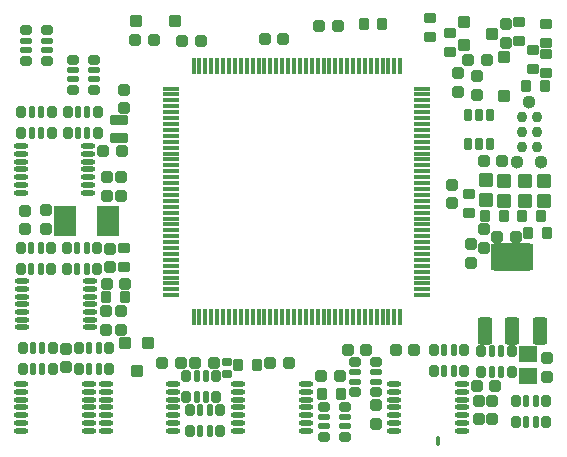
<source format=gts>
G04*
G04 #@! TF.GenerationSoftware,Altium Limited,Altium Designer,20.2.7 (254)*
G04*
G04 Layer_Color=7674933*
%FSLAX25Y25*%
%MOIN*%
G70*
G04*
G04 #@! TF.SameCoordinates,3777F252-AF5A-4096-8F86-E26498AB5466*
G04*
G04*
G04 #@! TF.FilePolarity,Negative*
G04*
G01*
G75*
G04:AMPARAMS|DCode=43|XSize=33.07mil|YSize=41.73mil|CornerRadius=5.51mil|HoleSize=0mil|Usage=FLASHONLY|Rotation=180.000|XOffset=0mil|YOffset=0mil|HoleType=Round|Shape=RoundedRectangle|*
%AMROUNDEDRECTD43*
21,1,0.03307,0.03071,0,0,180.0*
21,1,0.02205,0.04173,0,0,180.0*
1,1,0.01102,-0.01102,0.01535*
1,1,0.01102,0.01102,0.01535*
1,1,0.01102,0.01102,-0.01535*
1,1,0.01102,-0.01102,-0.01535*
%
%ADD43ROUNDEDRECTD43*%
G04:AMPARAMS|DCode=44|XSize=15.35mil|YSize=33.07mil|CornerRadius=7.68mil|HoleSize=0mil|Usage=FLASHONLY|Rotation=180.000|XOffset=0mil|YOffset=0mil|HoleType=Round|Shape=RoundedRectangle|*
%AMROUNDEDRECTD44*
21,1,0.01535,0.01772,0,0,180.0*
21,1,0.00000,0.03307,0,0,180.0*
1,1,0.01535,0.00000,0.00886*
1,1,0.01535,0.00000,0.00886*
1,1,0.01535,0.00000,-0.00886*
1,1,0.01535,0.00000,-0.00886*
%
%ADD44ROUNDEDRECTD44*%
G04:AMPARAMS|DCode=45|XSize=29.13mil|YSize=40.95mil|CornerRadius=5.12mil|HoleSize=0mil|Usage=FLASHONLY|Rotation=180.000|XOffset=0mil|YOffset=0mil|HoleType=Round|Shape=RoundedRectangle|*
%AMROUNDEDRECTD45*
21,1,0.02913,0.03071,0,0,180.0*
21,1,0.01890,0.04095,0,0,180.0*
1,1,0.01024,-0.00945,0.01535*
1,1,0.01024,0.00945,0.01535*
1,1,0.01024,0.00945,-0.01535*
1,1,0.01024,-0.00945,-0.01535*
%
%ADD45ROUNDEDRECTD45*%
G04:AMPARAMS|DCode=46|XSize=38.98mil|YSize=38.98mil|CornerRadius=6.1mil|HoleSize=0mil|Usage=FLASHONLY|Rotation=180.000|XOffset=0mil|YOffset=0mil|HoleType=Round|Shape=RoundedRectangle|*
%AMROUNDEDRECTD46*
21,1,0.03898,0.02677,0,0,180.0*
21,1,0.02677,0.03898,0,0,180.0*
1,1,0.01221,-0.01339,0.01339*
1,1,0.01221,0.01339,0.01339*
1,1,0.01221,0.01339,-0.01339*
1,1,0.01221,-0.01339,-0.01339*
%
%ADD46ROUNDEDRECTD46*%
G04:AMPARAMS|DCode=47|XSize=33.07mil|YSize=41.73mil|CornerRadius=5.51mil|HoleSize=0mil|Usage=FLASHONLY|Rotation=270.000|XOffset=0mil|YOffset=0mil|HoleType=Round|Shape=RoundedRectangle|*
%AMROUNDEDRECTD47*
21,1,0.03307,0.03071,0,0,270.0*
21,1,0.02205,0.04173,0,0,270.0*
1,1,0.01102,-0.01535,-0.01102*
1,1,0.01102,-0.01535,0.01102*
1,1,0.01102,0.01535,0.01102*
1,1,0.01102,0.01535,-0.01102*
%
%ADD47ROUNDEDRECTD47*%
%ADD48O,0.05669X0.01417*%
%ADD49O,0.01417X0.05669*%
G04:AMPARAMS|DCode=50|XSize=33.07mil|YSize=29.13mil|CornerRadius=5.12mil|HoleSize=0mil|Usage=FLASHONLY|Rotation=180.000|XOffset=0mil|YOffset=0mil|HoleType=Round|Shape=RoundedRectangle|*
%AMROUNDEDRECTD50*
21,1,0.03307,0.01890,0,0,180.0*
21,1,0.02284,0.02913,0,0,180.0*
1,1,0.01024,-0.01142,0.00945*
1,1,0.01024,0.01142,0.00945*
1,1,0.01024,0.01142,-0.00945*
1,1,0.01024,-0.01142,-0.00945*
%
%ADD50ROUNDEDRECTD50*%
G04:AMPARAMS|DCode=51|XSize=143.31mil|YSize=90.16mil|CornerRadius=11.22mil|HoleSize=0mil|Usage=FLASHONLY|Rotation=0.000|XOffset=0mil|YOffset=0mil|HoleType=Round|Shape=RoundedRectangle|*
%AMROUNDEDRECTD51*
21,1,0.14331,0.06772,0,0,0.0*
21,1,0.12087,0.09016,0,0,0.0*
1,1,0.02244,0.06043,-0.03386*
1,1,0.02244,-0.06043,-0.03386*
1,1,0.02244,-0.06043,0.03386*
1,1,0.02244,0.06043,0.03386*
%
%ADD51ROUNDEDRECTD51*%
G04:AMPARAMS|DCode=52|XSize=48.82mil|YSize=90.16mil|CornerRadius=7.09mil|HoleSize=0mil|Usage=FLASHONLY|Rotation=0.000|XOffset=0mil|YOffset=0mil|HoleType=Round|Shape=RoundedRectangle|*
%AMROUNDEDRECTD52*
21,1,0.04882,0.07598,0,0,0.0*
21,1,0.03465,0.09016,0,0,0.0*
1,1,0.01417,0.01732,-0.03799*
1,1,0.01417,-0.01732,-0.03799*
1,1,0.01417,-0.01732,0.03799*
1,1,0.01417,0.01732,0.03799*
%
%ADD52ROUNDEDRECTD52*%
G04:AMPARAMS|DCode=53|XSize=48.82mil|YSize=90.16mil|CornerRadius=7.09mil|HoleSize=0mil|Usage=FLASHONLY|Rotation=0.000|XOffset=0mil|YOffset=0mil|HoleType=Round|Shape=RoundedRectangle|*
%AMROUNDEDRECTD53*
21,1,0.04882,0.07599,0,0,0.0*
21,1,0.03465,0.09016,0,0,0.0*
1,1,0.01417,0.01732,-0.03799*
1,1,0.01417,-0.01732,-0.03799*
1,1,0.01417,-0.01732,0.03799*
1,1,0.01417,0.01732,0.03799*
%
%ADD53ROUNDEDRECTD53*%
%ADD54O,0.04882X0.01732*%
G04:AMPARAMS|DCode=55|XSize=38.98mil|YSize=38.98mil|CornerRadius=6.1mil|HoleSize=0mil|Usage=FLASHONLY|Rotation=270.000|XOffset=0mil|YOffset=0mil|HoleType=Round|Shape=RoundedRectangle|*
%AMROUNDEDRECTD55*
21,1,0.03898,0.02677,0,0,270.0*
21,1,0.02677,0.03898,0,0,270.0*
1,1,0.01221,-0.01339,-0.01339*
1,1,0.01221,-0.01339,0.01339*
1,1,0.01221,0.01339,0.01339*
1,1,0.01221,0.01339,-0.01339*
%
%ADD55ROUNDEDRECTD55*%
G04:AMPARAMS|DCode=56|XSize=44.88mil|YSize=48.82mil|CornerRadius=6.69mil|HoleSize=0mil|Usage=FLASHONLY|Rotation=270.000|XOffset=0mil|YOffset=0mil|HoleType=Round|Shape=RoundedRectangle|*
%AMROUNDEDRECTD56*
21,1,0.04488,0.03543,0,0,270.0*
21,1,0.03150,0.04882,0,0,270.0*
1,1,0.01339,-0.01772,-0.01575*
1,1,0.01339,-0.01772,0.01575*
1,1,0.01339,0.01772,0.01575*
1,1,0.01339,0.01772,-0.01575*
%
%ADD56ROUNDEDRECTD56*%
%ADD57R,0.06457X0.05669*%
G04:AMPARAMS|DCode=58|XSize=40.95mil|YSize=42.91mil|CornerRadius=6.3mil|HoleSize=0mil|Usage=FLASHONLY|Rotation=270.000|XOffset=0mil|YOffset=0mil|HoleType=Round|Shape=RoundedRectangle|*
%AMROUNDEDRECTD58*
21,1,0.04095,0.03032,0,0,270.0*
21,1,0.02835,0.04291,0,0,270.0*
1,1,0.01260,-0.01516,-0.01417*
1,1,0.01260,-0.01516,0.01417*
1,1,0.01260,0.01516,0.01417*
1,1,0.01260,0.01516,-0.01417*
%
%ADD58ROUNDEDRECTD58*%
G04:AMPARAMS|DCode=59|XSize=40.95mil|YSize=42.91mil|CornerRadius=6.3mil|HoleSize=0mil|Usage=FLASHONLY|Rotation=270.000|XOffset=0mil|YOffset=0mil|HoleType=Round|Shape=RoundedRectangle|*
%AMROUNDEDRECTD59*
21,1,0.04095,0.03032,0,0,270.0*
21,1,0.02835,0.04291,0,0,270.0*
1,1,0.01260,-0.01516,-0.01417*
1,1,0.01260,-0.01516,0.01417*
1,1,0.01260,0.01516,0.01417*
1,1,0.01260,0.01516,-0.01417*
%
%ADD59ROUNDEDRECTD59*%
%ADD60R,0.07244X0.10000*%
G04:AMPARAMS|DCode=61|XSize=31.1mil|YSize=37.01mil|CornerRadius=5.32mil|HoleSize=0mil|Usage=FLASHONLY|Rotation=0.000|XOffset=0mil|YOffset=0mil|HoleType=Round|Shape=RoundedRectangle|*
%AMROUNDEDRECTD61*
21,1,0.03110,0.02638,0,0,0.0*
21,1,0.02047,0.03701,0,0,0.0*
1,1,0.01063,0.01024,-0.01319*
1,1,0.01063,-0.01024,-0.01319*
1,1,0.01063,-0.01024,0.01319*
1,1,0.01063,0.01024,0.01319*
%
%ADD61ROUNDEDRECTD61*%
G04:AMPARAMS|DCode=62|XSize=23.23mil|YSize=37.01mil|CornerRadius=4.53mil|HoleSize=0mil|Usage=FLASHONLY|Rotation=0.000|XOffset=0mil|YOffset=0mil|HoleType=Round|Shape=RoundedRectangle|*
%AMROUNDEDRECTD62*
21,1,0.02323,0.02795,0,0,0.0*
21,1,0.01417,0.03701,0,0,0.0*
1,1,0.00906,0.00709,-0.01398*
1,1,0.00906,-0.00709,-0.01398*
1,1,0.00906,-0.00709,0.01398*
1,1,0.00906,0.00709,0.01398*
%
%ADD62ROUNDEDRECTD62*%
G04:AMPARAMS|DCode=63|XSize=41.34mil|YSize=38.98mil|CornerRadius=6.1mil|HoleSize=0mil|Usage=FLASHONLY|Rotation=270.000|XOffset=0mil|YOffset=0mil|HoleType=Round|Shape=RoundedRectangle|*
%AMROUNDEDRECTD63*
21,1,0.04134,0.02677,0,0,270.0*
21,1,0.02913,0.03898,0,0,270.0*
1,1,0.01221,-0.01339,-0.01457*
1,1,0.01221,-0.01339,0.01457*
1,1,0.01221,0.01339,0.01457*
1,1,0.01221,0.01339,-0.01457*
%
%ADD63ROUNDEDRECTD63*%
G04:AMPARAMS|DCode=64|XSize=40.95mil|YSize=42.91mil|CornerRadius=6.3mil|HoleSize=0mil|Usage=FLASHONLY|Rotation=180.000|XOffset=0mil|YOffset=0mil|HoleType=Round|Shape=RoundedRectangle|*
%AMROUNDEDRECTD64*
21,1,0.04095,0.03032,0,0,180.0*
21,1,0.02835,0.04291,0,0,180.0*
1,1,0.01260,-0.01417,0.01516*
1,1,0.01260,0.01417,0.01516*
1,1,0.01260,0.01417,-0.01516*
1,1,0.01260,-0.01417,-0.01516*
%
%ADD64ROUNDEDRECTD64*%
G04:AMPARAMS|DCode=65|XSize=40.95mil|YSize=42.91mil|CornerRadius=6.3mil|HoleSize=0mil|Usage=FLASHONLY|Rotation=180.000|XOffset=0mil|YOffset=0mil|HoleType=Round|Shape=RoundedRectangle|*
%AMROUNDEDRECTD65*
21,1,0.04095,0.03032,0,0,180.0*
21,1,0.02835,0.04291,0,0,180.0*
1,1,0.01260,-0.01417,0.01516*
1,1,0.01260,0.01417,0.01516*
1,1,0.01260,0.01417,-0.01516*
1,1,0.01260,-0.01417,-0.01516*
%
%ADD65ROUNDEDRECTD65*%
G04:AMPARAMS|DCode=66|XSize=31.1mil|YSize=37.01mil|CornerRadius=5.32mil|HoleSize=0mil|Usage=FLASHONLY|Rotation=270.000|XOffset=0mil|YOffset=0mil|HoleType=Round|Shape=RoundedRectangle|*
%AMROUNDEDRECTD66*
21,1,0.03110,0.02638,0,0,270.0*
21,1,0.02047,0.03701,0,0,270.0*
1,1,0.01063,-0.01319,-0.01024*
1,1,0.01063,-0.01319,0.01024*
1,1,0.01063,0.01319,0.01024*
1,1,0.01063,0.01319,-0.01024*
%
%ADD66ROUNDEDRECTD66*%
G04:AMPARAMS|DCode=67|XSize=23.23mil|YSize=37.01mil|CornerRadius=4.53mil|HoleSize=0mil|Usage=FLASHONLY|Rotation=270.000|XOffset=0mil|YOffset=0mil|HoleType=Round|Shape=RoundedRectangle|*
%AMROUNDEDRECTD67*
21,1,0.02323,0.02795,0,0,270.0*
21,1,0.01417,0.03701,0,0,270.0*
1,1,0.00906,-0.01398,-0.00709*
1,1,0.00906,-0.01398,0.00709*
1,1,0.00906,0.01398,0.00709*
1,1,0.00906,0.01398,-0.00709*
%
%ADD67ROUNDEDRECTD67*%
%ADD68C,0.03651*%
G04:AMPARAMS|DCode=69|XSize=33.07mil|YSize=60.63mil|CornerRadius=5.51mil|HoleSize=0mil|Usage=FLASHONLY|Rotation=270.000|XOffset=0mil|YOffset=0mil|HoleType=Round|Shape=RoundedRectangle|*
%AMROUNDEDRECTD69*
21,1,0.03307,0.04961,0,0,270.0*
21,1,0.02205,0.06063,0,0,270.0*
1,1,0.01102,-0.02480,-0.01102*
1,1,0.01102,-0.02480,0.01102*
1,1,0.01102,0.02480,0.01102*
1,1,0.01102,0.02480,-0.01102*
%
%ADD69ROUNDEDRECTD69*%
G04:AMPARAMS|DCode=70|XSize=41.34mil|YSize=38.98mil|CornerRadius=6.1mil|HoleSize=0mil|Usage=FLASHONLY|Rotation=180.000|XOffset=0mil|YOffset=0mil|HoleType=Round|Shape=RoundedRectangle|*
%AMROUNDEDRECTD70*
21,1,0.04134,0.02677,0,0,180.0*
21,1,0.02913,0.03898,0,0,180.0*
1,1,0.01221,-0.01457,0.01339*
1,1,0.01221,0.01457,0.01339*
1,1,0.01221,0.01457,-0.01339*
1,1,0.01221,-0.01457,-0.01339*
%
%ADD70ROUNDEDRECTD70*%
%ADD71C,0.04451*%
D43*
X110827Y17323D02*
D03*
X104527D02*
D03*
X82874Y27264D02*
D03*
X76575D02*
D03*
X165157Y76968D02*
D03*
X158858D02*
D03*
X118259Y140657D02*
D03*
X124559D02*
D03*
X171063Y76772D02*
D03*
X177362D02*
D03*
X173032Y71260D02*
D03*
X179331D02*
D03*
X38878Y49705D02*
D03*
X32579D02*
D03*
X178642Y120177D02*
D03*
X172343D02*
D03*
D44*
X142933Y1772D02*
D03*
D45*
X160531Y100984D02*
D03*
X156791D02*
D03*
X153051D02*
D03*
Y110433D02*
D03*
X156791D02*
D03*
X160531D02*
D03*
D46*
X87244Y27854D02*
D03*
X93465D02*
D03*
X162165Y20079D02*
D03*
X155945D02*
D03*
X159409Y128740D02*
D03*
X153189D02*
D03*
X168957Y69882D02*
D03*
X162736D02*
D03*
X68386Y27854D02*
D03*
X62165D02*
D03*
X135197Y32185D02*
D03*
X128976D02*
D03*
X48287Y135433D02*
D03*
X42067D02*
D03*
X164527Y95177D02*
D03*
X158307D02*
D03*
X57441Y27756D02*
D03*
X51220D02*
D03*
X110394Y23425D02*
D03*
X104173D02*
D03*
X57717Y135039D02*
D03*
X63937D02*
D03*
X91496Y135827D02*
D03*
X85276D02*
D03*
X109705Y140256D02*
D03*
X103484D02*
D03*
X113031Y32087D02*
D03*
X119252D02*
D03*
X31437Y98523D02*
D03*
X37657D02*
D03*
X38839Y54232D02*
D03*
X32618D02*
D03*
D47*
X153543Y77756D02*
D03*
Y84055D02*
D03*
X147146Y137894D02*
D03*
Y131594D02*
D03*
X140525Y136614D02*
D03*
Y142913D02*
D03*
X170177Y135236D02*
D03*
Y141535D02*
D03*
X179232Y124409D02*
D03*
Y130709D02*
D03*
X179232Y134547D02*
D03*
Y140846D02*
D03*
X174606Y125984D02*
D03*
Y132283D02*
D03*
X38583Y66043D02*
D03*
Y59744D02*
D03*
D48*
X54232Y119291D02*
D03*
Y117323D02*
D03*
Y115354D02*
D03*
Y113386D02*
D03*
Y111417D02*
D03*
Y109449D02*
D03*
Y107480D02*
D03*
Y105512D02*
D03*
Y103543D02*
D03*
Y101575D02*
D03*
Y99606D02*
D03*
Y97638D02*
D03*
Y95669D02*
D03*
Y93701D02*
D03*
Y91732D02*
D03*
Y89764D02*
D03*
Y87795D02*
D03*
Y85827D02*
D03*
Y83858D02*
D03*
Y81890D02*
D03*
Y79921D02*
D03*
Y77953D02*
D03*
Y75984D02*
D03*
Y74016D02*
D03*
Y72047D02*
D03*
Y70079D02*
D03*
Y68110D02*
D03*
Y66142D02*
D03*
Y64173D02*
D03*
Y62205D02*
D03*
Y60236D02*
D03*
Y58268D02*
D03*
Y56299D02*
D03*
Y54331D02*
D03*
Y52362D02*
D03*
Y50394D02*
D03*
X137894D02*
D03*
Y52362D02*
D03*
Y54331D02*
D03*
Y56299D02*
D03*
Y58268D02*
D03*
Y60236D02*
D03*
Y62205D02*
D03*
Y64173D02*
D03*
Y66142D02*
D03*
Y68110D02*
D03*
Y70079D02*
D03*
Y72047D02*
D03*
Y74016D02*
D03*
Y75984D02*
D03*
Y77953D02*
D03*
Y79921D02*
D03*
Y81890D02*
D03*
Y83858D02*
D03*
Y85827D02*
D03*
Y87795D02*
D03*
Y89764D02*
D03*
Y91732D02*
D03*
Y93701D02*
D03*
Y95669D02*
D03*
Y97638D02*
D03*
Y99606D02*
D03*
Y101575D02*
D03*
Y103543D02*
D03*
Y105512D02*
D03*
Y107480D02*
D03*
Y109449D02*
D03*
Y111417D02*
D03*
Y113386D02*
D03*
Y115354D02*
D03*
Y117323D02*
D03*
Y119291D02*
D03*
D49*
X61614Y43012D02*
D03*
X63583D02*
D03*
X65551D02*
D03*
X67520D02*
D03*
X69488D02*
D03*
X71457D02*
D03*
X73425D02*
D03*
X75394D02*
D03*
X77362D02*
D03*
X79331D02*
D03*
X81299D02*
D03*
X83268D02*
D03*
X85236D02*
D03*
X87205D02*
D03*
X89173D02*
D03*
X91142D02*
D03*
X93110D02*
D03*
X95079D02*
D03*
X97047D02*
D03*
X99016D02*
D03*
X100984D02*
D03*
X102953D02*
D03*
X104921D02*
D03*
X106890D02*
D03*
X108858D02*
D03*
X110827D02*
D03*
X112795D02*
D03*
X114764D02*
D03*
X116732D02*
D03*
X118701D02*
D03*
X120669D02*
D03*
X122638D02*
D03*
X124606D02*
D03*
X126575D02*
D03*
X128543D02*
D03*
X130512D02*
D03*
Y126673D02*
D03*
X128543D02*
D03*
X126575D02*
D03*
X124606D02*
D03*
X122638D02*
D03*
X120669D02*
D03*
X118701D02*
D03*
X116732D02*
D03*
X114764D02*
D03*
X112795D02*
D03*
X110827D02*
D03*
X108858D02*
D03*
X106890D02*
D03*
X104921D02*
D03*
X102953D02*
D03*
X100984D02*
D03*
X99016D02*
D03*
X97047D02*
D03*
X95079D02*
D03*
X93110D02*
D03*
X91142D02*
D03*
X89173D02*
D03*
X87205D02*
D03*
X85236D02*
D03*
X83268D02*
D03*
X81299D02*
D03*
X79331D02*
D03*
X77362D02*
D03*
X75394D02*
D03*
X73425D02*
D03*
X71457D02*
D03*
X69488D02*
D03*
X67520D02*
D03*
X65551D02*
D03*
X63583D02*
D03*
X61614D02*
D03*
D50*
X72835Y24213D02*
D03*
Y28150D02*
D03*
D51*
X167913Y62992D02*
D03*
D52*
X176969Y38583D02*
D03*
X158858D02*
D03*
D53*
X167913D02*
D03*
D54*
X150984Y5315D02*
D03*
Y7874D02*
D03*
Y10433D02*
D03*
Y12992D02*
D03*
Y15551D02*
D03*
Y18110D02*
D03*
Y20669D02*
D03*
X128543Y5315D02*
D03*
Y7874D02*
D03*
Y10433D02*
D03*
Y12992D02*
D03*
Y15551D02*
D03*
Y18110D02*
D03*
Y20669D02*
D03*
X26969Y39665D02*
D03*
Y42224D02*
D03*
Y44783D02*
D03*
Y47343D02*
D03*
Y49902D02*
D03*
Y52461D02*
D03*
Y55020D02*
D03*
X4527Y39665D02*
D03*
Y42224D02*
D03*
Y44783D02*
D03*
Y47343D02*
D03*
Y49902D02*
D03*
Y52461D02*
D03*
Y55020D02*
D03*
X26476Y84646D02*
D03*
Y87205D02*
D03*
Y89764D02*
D03*
Y92323D02*
D03*
Y94882D02*
D03*
Y97441D02*
D03*
Y100000D02*
D03*
X4035Y84646D02*
D03*
Y87205D02*
D03*
Y89764D02*
D03*
Y92323D02*
D03*
Y94882D02*
D03*
Y97441D02*
D03*
Y100000D02*
D03*
X32284Y20669D02*
D03*
Y18110D02*
D03*
Y15551D02*
D03*
Y12992D02*
D03*
Y10433D02*
D03*
Y7874D02*
D03*
Y5315D02*
D03*
X54724Y20669D02*
D03*
Y18110D02*
D03*
Y15551D02*
D03*
Y12992D02*
D03*
Y10433D02*
D03*
Y7874D02*
D03*
Y5315D02*
D03*
X76575Y20669D02*
D03*
Y18110D02*
D03*
Y15551D02*
D03*
Y12992D02*
D03*
Y10433D02*
D03*
Y7874D02*
D03*
Y5315D02*
D03*
X99016Y20669D02*
D03*
Y18110D02*
D03*
Y15551D02*
D03*
Y12992D02*
D03*
Y10433D02*
D03*
Y7874D02*
D03*
Y5315D02*
D03*
X26673D02*
D03*
Y7874D02*
D03*
Y10433D02*
D03*
Y12992D02*
D03*
Y15551D02*
D03*
Y18110D02*
D03*
Y20669D02*
D03*
X4232Y5315D02*
D03*
Y7874D02*
D03*
Y10433D02*
D03*
Y12992D02*
D03*
Y15551D02*
D03*
Y18110D02*
D03*
Y20669D02*
D03*
D55*
X165650Y134488D02*
D03*
Y140709D02*
D03*
X179429Y29488D02*
D03*
Y23268D02*
D03*
X149606Y124468D02*
D03*
Y118248D02*
D03*
X37303Y89823D02*
D03*
Y83602D02*
D03*
X156201Y123386D02*
D03*
Y117165D02*
D03*
X122343Y13740D02*
D03*
Y7520D02*
D03*
X156791Y15217D02*
D03*
Y8996D02*
D03*
X161221Y8996D02*
D03*
Y15216D02*
D03*
X12500Y72480D02*
D03*
Y78701D02*
D03*
X32776Y89823D02*
D03*
Y83602D02*
D03*
X37402Y45138D02*
D03*
Y38917D02*
D03*
X158366Y66181D02*
D03*
Y72402D02*
D03*
X32579Y45039D02*
D03*
Y38819D02*
D03*
X18996Y32638D02*
D03*
Y26417D02*
D03*
X5413Y78602D02*
D03*
Y72382D02*
D03*
X147638Y87264D02*
D03*
Y81043D02*
D03*
X154035Y61162D02*
D03*
Y67382D02*
D03*
X33760Y65905D02*
D03*
Y59685D02*
D03*
X38484Y112736D02*
D03*
Y118957D02*
D03*
D56*
X178445Y81693D02*
D03*
Y88386D02*
D03*
X164961Y88484D02*
D03*
Y81791D02*
D03*
X172146Y81693D02*
D03*
Y88386D02*
D03*
X159232Y88681D02*
D03*
Y81988D02*
D03*
D57*
X173228Y30807D02*
D03*
Y23327D02*
D03*
D58*
X151850Y141339D02*
D03*
X161102Y137599D02*
D03*
D59*
X151850Y133858D02*
D03*
D60*
X33169Y75099D02*
D03*
X18602D02*
D03*
D61*
X168996Y8169D02*
D03*
Y15256D02*
D03*
X179035D02*
D03*
Y8169D02*
D03*
X167618Y24705D02*
D03*
Y31791D02*
D03*
X157579D02*
D03*
Y24705D02*
D03*
X19390Y59153D02*
D03*
Y66240D02*
D03*
X29429D02*
D03*
Y59153D02*
D03*
X14173Y59154D02*
D03*
Y66240D02*
D03*
X4134D02*
D03*
Y59154D02*
D03*
X23327Y25787D02*
D03*
Y32874D02*
D03*
X33366D02*
D03*
Y25787D02*
D03*
X14665D02*
D03*
Y32874D02*
D03*
X4626D02*
D03*
Y25787D02*
D03*
X19587Y104331D02*
D03*
Y111417D02*
D03*
X29626D02*
D03*
Y104331D02*
D03*
X151772Y25000D02*
D03*
Y32087D02*
D03*
X141732D02*
D03*
Y25000D02*
D03*
X4232Y104331D02*
D03*
Y111417D02*
D03*
X14272D02*
D03*
Y104331D02*
D03*
X59153Y23524D02*
D03*
Y16437D02*
D03*
X69193D02*
D03*
Y23524D02*
D03*
X70374Y5217D02*
D03*
Y12303D02*
D03*
X60335D02*
D03*
Y5217D02*
D03*
D62*
X172441Y8169D02*
D03*
X175591D02*
D03*
Y15256D02*
D03*
X172441D02*
D03*
X161024Y31791D02*
D03*
X164173D02*
D03*
Y24705D02*
D03*
X161024D02*
D03*
X22835Y59153D02*
D03*
X25984D02*
D03*
Y66240D02*
D03*
X22835D02*
D03*
X7579Y66240D02*
D03*
X10728D02*
D03*
Y59154D02*
D03*
X7579D02*
D03*
X26772Y25787D02*
D03*
X29921D02*
D03*
Y32874D02*
D03*
X26772D02*
D03*
X8071D02*
D03*
X11221D02*
D03*
Y25787D02*
D03*
X8071D02*
D03*
X23032Y104331D02*
D03*
X26181D02*
D03*
Y111417D02*
D03*
X23032D02*
D03*
X145177Y32087D02*
D03*
X148327D02*
D03*
Y25000D02*
D03*
X145177D02*
D03*
X7677Y104331D02*
D03*
X10827D02*
D03*
Y111417D02*
D03*
X7677D02*
D03*
X65748Y16437D02*
D03*
X62598D02*
D03*
Y23524D02*
D03*
X65748D02*
D03*
X63780Y12303D02*
D03*
X66929D02*
D03*
Y5217D02*
D03*
X63780D02*
D03*
D63*
X165157Y129921D02*
D03*
Y116929D02*
D03*
D64*
X42618Y25079D02*
D03*
X46358Y34331D02*
D03*
D65*
X38878D02*
D03*
D66*
X105118Y3248D02*
D03*
X112205D02*
D03*
Y13287D02*
D03*
X105118D02*
D03*
X115354Y18110D02*
D03*
X122441D02*
D03*
Y28150D02*
D03*
X115354D02*
D03*
X28504Y118877D02*
D03*
X21417D02*
D03*
Y128917D02*
D03*
X28504D02*
D03*
X12894Y128642D02*
D03*
X5807D02*
D03*
Y138681D02*
D03*
X12894D02*
D03*
D67*
X112205Y9843D02*
D03*
Y6693D02*
D03*
X105118D02*
D03*
Y9843D02*
D03*
X122441Y24705D02*
D03*
Y21555D02*
D03*
X115354D02*
D03*
Y24705D02*
D03*
X28504Y122322D02*
D03*
Y125472D02*
D03*
X21417D02*
D03*
Y122322D02*
D03*
X12894Y132087D02*
D03*
Y135236D02*
D03*
X5807D02*
D03*
Y132087D02*
D03*
D68*
X170925Y109921D02*
D03*
X175925D02*
D03*
X170925Y104921D02*
D03*
X175925D02*
D03*
X170925Y99921D02*
D03*
X175925D02*
D03*
D69*
X36614Y102756D02*
D03*
Y108661D02*
D03*
D70*
X42323Y141831D02*
D03*
X55315D02*
D03*
D71*
X173425Y114921D02*
D03*
X177425Y94921D02*
D03*
X169425D02*
D03*
M02*

</source>
